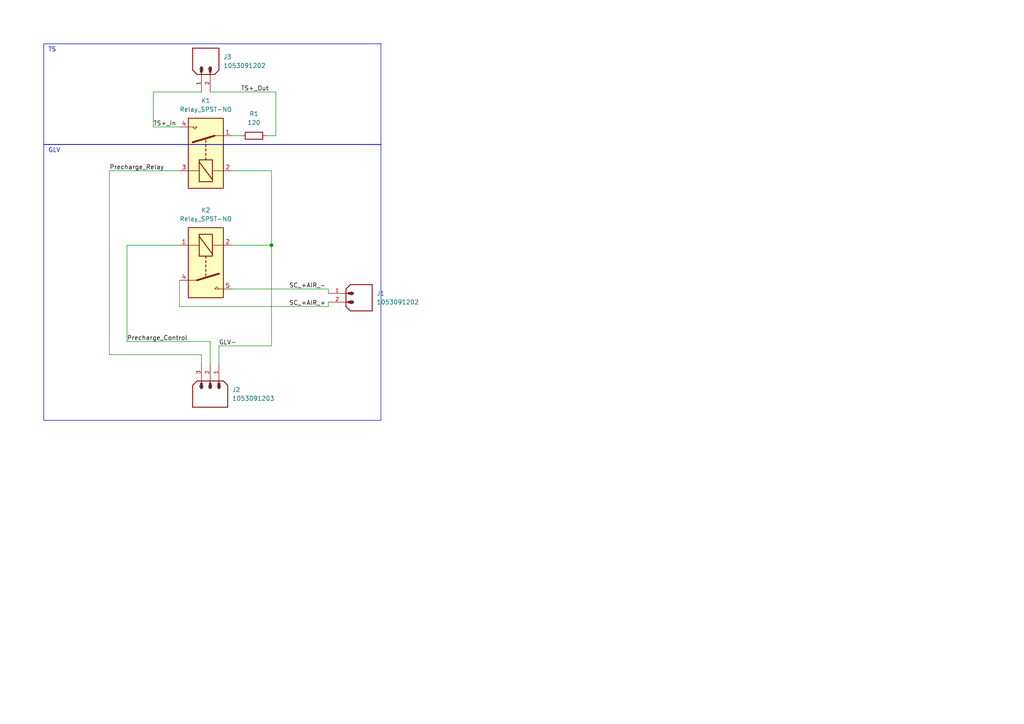
<source format=kicad_sch>
(kicad_sch (version 20230121) (generator eeschema)
  (paper "A4")
  (lib_symbols
    (symbol "Device:R" (pin_numbers hide) (pin_names (offset 0))
      (property "Reference" "R1" (at 6.35 0 90))
      (property "Value" "120" (at 3.81 0 90))
      (symbol "R_0_1"
        (rectangle (start -1.016 -2.54) (end 1.016 2.54) (stroke (width 0.254)))
      )
      (symbol "R_1_1"
        (pin passive line (at 0 -3.81 90) (length 1.27) (name "~") (number "+"))
        (pin passive line (at 0 3.81 270) (length 1.27) (name "~") (number "-"))
      )
    )
    (symbol "Relay:Relay_SPST-NO"
      (property "Reference" "K1" (at 15.24 0 90))
      (property "Value" "Relay_SPST-NO" (at 12.7 0 90))
      (symbol "Relay_SPST-NO_0_0"
        (polyline (pts (xy 7.62 5.08) (xy 7.62 2.54) (xy 6.985 3.175) (xy 7.62 3.81)))
      )
      (symbol "Relay_SPST-NO_0_1"
        (rectangle (start -10.16 5.08) (end 10.16 -5.08) (stroke (width 0.254)) (fill (type background)))
        (rectangle (start -8.255 1.905) (end -1.905 -1.905) (stroke (width 0.254)))
        (polyline (pts (xy -7.62 -1.905) (xy -2.54 1.905)) (stroke (width 0.254)))
        (polyline (pts (xy -5.08 -5.08) (xy -5.08 -1.905)))
        (polyline (pts (xy -5.08 5.08) (xy -5.08 1.905)))
        (polyline (pts (xy -1.905 0) (xy -1.27 0)) (stroke (width 0.254)))
        (polyline (pts (xy -0.635 0) (xy 0 0)) (stroke (width 0.254)))
        (polyline (pts (xy 0.635 0) (xy 1.27 0)) (stroke (width 0.254)))
        (polyline (pts (xy 1.905 0) (xy 2.54 0)) (stroke (width 0.254)))
        (polyline (pts (xy 3.175 0) (xy 3.81 0)) (stroke (width 0.254)))
        (polyline (pts (xy 5.08 -2.54) (xy 3.175 3.81)) (stroke (width 0.508)))
        (polyline (pts (xy 5.08 -2.54) (xy 5.08 -5.08)))
      )
      (symbol "Relay_SPST-NO_1_1"
        (pin passive line (at 5.08 -7.62 90) (length 2.54) (name "~") (number "1"))
        (pin passive line (at -5.08 -7.62 90) (length 2.54) (name "~") (number "2"))
        (pin passive line (at -5.08 7.62 270) (length 2.54) (name "~") (number "3"))
        (pin passive line (at 7.62 7.62 270) (length 2.54) (name "~") (number "4"))
      )
    )
    (symbol "Relay_SPST-NO_1"
      (property "Reference" "K2" (at -15.24 0 90))
      (property "Value" "Relay_SPST-NO" (at -12.7 0 90))
      (symbol "Relay_SPST-NO_1_0_0"
        (polyline (pts (xy 7.62 5.08) (xy 7.62 2.54) (xy 6.985 3.175) (xy 7.62 3.81)))
      )
      (symbol "Relay_SPST-NO_1_0_1"
        (rectangle (start -10.16 5.08) (end 10.16 -5.08) (stroke (width 0.254)) (fill (type background)))
        (rectangle (start -8.255 1.905) (end -1.905 -1.905) (stroke (width 0.254)))
        (polyline (pts (xy -7.62 -1.905) (xy -2.54 1.905)) (stroke (width 0.254)))
        (polyline (pts (xy -5.08 -5.08) (xy -5.08 -1.905)))
        (polyline (pts (xy -5.08 5.08) (xy -5.08 1.905)))
        (polyline (pts (xy -1.905 0) (xy -1.27 0)) (stroke (width 0.254)))
        (polyline (pts (xy -0.635 0) (xy 0 0)) (stroke (width 0.254)))
        (polyline (pts (xy 0.635 0) (xy 1.27 0)) (stroke (width 0.254)))
        (polyline (pts (xy 1.905 0) (xy 2.54 0)) (stroke (width 0.254)))
        (polyline (pts (xy 3.175 0) (xy 3.81 0)) (stroke (width 0.254)))
        (polyline (pts (xy 5.08 -2.54) (xy 3.175 3.81)) (stroke (width 0.508)))
        (polyline (pts (xy 5.08 -2.54) (xy 5.08 -5.08)))
      )
      (symbol "Relay_SPST-NO_1_1_1"
        (pin passive line (at -5.08 -7.62 90) (length 2.54) (name "~") (number "1"))
        (pin passive line (at -5.08 7.62 270) (length 2.54) (name "~") (number "2"))
        (pin passive line (at 5.08 -7.62 90) (length 2.54) (name "~") (number "4"))
        (pin passive line (at 7.62 7.62 270) (length 2.54) (name "~") (number "5"))
      )
    )
    (symbol "molex_1053091202:1053091202" (pin_names (offset 1.016))
      (property "Reference" "J" (at 0 3.81 0))
      (property "Value" "1053091202" (at 0 -7.62 0))
      (symbol "1053091202_0_0"
        (polyline (pts (xy 0 -3.81) (xy 1.27 -5.08)) (stroke (width 0.254)))
        (polyline (pts (xy 0 -2.54) (xy 1.905 -2.54)) (stroke (width 0.254)))
        (polyline (pts (xy 0 0) (xy 0 -3.81)) (stroke (width 0.254)))
        (polyline (pts (xy 0 0) (xy 1.905 0)) (stroke (width 0.254)))
        (polyline (pts (xy 0 1.27) (xy 0 0)) (stroke (width 0.254)))
        (polyline (pts (xy 0 1.27) (xy 1.27 2.54)) (stroke (width 0.254)))
        (polyline (pts (xy 1.27 -5.08) (xy 7.62 -5.08)) (stroke (width 0.254)))
        (polyline (pts (xy 7.62 -5.08) (xy 7.62 2.54)) (stroke (width 0.254)))
        (polyline (pts (xy 7.62 2.54) (xy 1.27 2.54)) (stroke (width 0.254)))
        (rectangle (start 0.635 -2.8575) (end 2.2225 -2.2225) (stroke (width 0.1)) (fill (type outline)))
        (rectangle (start 0.635 -0.3175) (end 2.2225 0.3175) (stroke (width 0.1)) (fill (type outline)))
        (pin passive line (at -5.08 0 0) (length 5.08) (name "1") (number "1"))
        (pin passive line (at -5.08 -2.54 0) (length 5.08) (name "2") (number "2"))
      )
    )
    (symbol "molex_1053091203:1053091203" (pin_names (offset 1.016))
      (property "Reference" "J" (at 0 6.35 0))
      (property "Value" "1053091203" (at 0 -7.62 0))
      (symbol "1053091203_0_0"
        (polyline (pts (xy 0 -3.81) (xy 1.27 -5.08)) (stroke (width 0.254)))
        (polyline (pts (xy 0 -2.54) (xy 1.905 -2.54)) (stroke (width 0.254)))
        (polyline (pts (xy 0 0) (xy 1.905 0)) (stroke (width 0.254)))
        (polyline (pts (xy 0 2.54) (xy 0 -3.81)) (stroke (width 0.254)))
        (polyline (pts (xy 0 2.54) (xy 1.905 2.54)) (stroke (width 0.254)))
        (polyline (pts (xy 0 3.81) (xy 0 2.54)) (stroke (width 0.254)))
        (polyline (pts (xy 0 3.81) (xy 1.27 5.08)) (stroke (width 0.254)))
        (polyline (pts (xy 1.27 -5.08) (xy 7.62 -5.08)) (stroke (width 0.254)))
        (polyline (pts (xy 7.62 -5.08) (xy 7.62 5.08)) (stroke (width 0.254)))
        (polyline (pts (xy 7.62 5.08) (xy 1.27 5.08)) (stroke (width 0.254)))
        (rectangle (start 0.635 -2.2225) (end 2.2225 -2.8575) (stroke (width 0.1)) (fill (type outline)))
        (rectangle (start 0.635 -0.3175) (end 2.2225 0.3175) (stroke (width 0.1)) (fill (type outline)))
        (rectangle (start 0.635 2.2225) (end 2.2225 2.8575) (stroke (width 0.1)) (fill (type outline)))
        (pin passive line (at -5.08 2.54 0) (length 5.08) (name "1") (number "1"))
        (pin passive line (at -5.08 0 0) (length 5.08) (name "2") (number "2"))
        (pin passive line (at -5.08 -2.54 0) (length 5.08) (name "3") (number "3"))
      )
    )
  )
  (junction (at 78.74 71.12))
  (wire (pts (xy 95.25 87.63) (xy 95.25 88.9)))
  (wire (pts (xy 63.5 100.33) (xy 63.5 105.41)))
  (wire (pts (xy 52.07 88.9) (xy 95.25 88.9)))
  (wire (pts (xy 36.83 71.12) (xy 36.83 99.06)))
  (wire (pts (xy 58.42 105.41) (xy 58.42 102.87)))
  (wire (pts (xy 44.45 36.83) (xy 52.07 36.83)))
  (wire (pts (xy 67.31 71.12) (xy 78.74 71.12)))
  (wire (pts (xy 95.25 85.09) (xy 95.25 83.82)))
  (wire (pts (xy 58.42 26.67) (xy 44.45 26.67)))
  (wire (pts (xy 95.25 83.82) (xy 67.31 83.82)))
  (wire (pts (xy 31.75 49.53) (xy 52.07 49.53)))
  (wire (pts (xy 36.83 99.06) (xy 60.96 99.06)))
  (wire (pts (xy 31.75 49.53) (xy 31.75 102.87)))
  (wire (pts (xy 52.07 88.9) (xy 52.07 81.28)))
  (wire (pts (xy 60.96 99.06) (xy 60.96 105.41)))
  (wire (pts (xy 78.74 49.53) (xy 78.74 71.12)))
  (wire (pts (xy 36.83 71.12) (xy 52.07 71.12)))
  (wire (pts (xy 78.74 71.12) (xy 78.74 100.33)))
  (wire (pts (xy 80.01 39.37) (xy 77.47 39.37)))
  (wire (pts (xy 58.42 102.87) (xy 31.75 102.87)))
  (wire (pts (xy 60.96 26.67) (xy 80.01 26.67)))
  (wire (pts (xy 44.45 26.67) (xy 44.45 36.83)))
  (wire (pts (xy 80.01 26.67) (xy 80.01 39.37)))
  (wire (pts (xy 63.5 100.33) (xy 78.74 100.33)))
  (wire (pts (xy 69.85 39.37) (xy 67.31 39.37)))
  (wire (pts (xy 67.31 49.53) (xy 78.74 49.53)))
  (rectangle (start 12.7 12.7) (end 110.49 41.91))
  (rectangle (start 12.7 41.91) (end 110.49 121.92))
  (text "TS" (at 13.97 15.24 0) (effects (font (size 1.27 1.27)) (justify left bottom)))
  (text "GLV" (at 13.97 44.45 0) (effects (font (size 1.27 1.27)) (justify left bottom)))
  (label "TS+_Out" (at 69.85 26.67 0))
  (label "SC_+AIR_+" (at 83.82 88.9 0))
  (label "Precharge_Control" (at 36.83 99.06 0))
  (label "Precharge_Relay" (at 31.75 49.53 0))
  (label "TS+_In" (at 44.45 36.83 0))
  (label "SC_+AIR_-" (at 83.82 83.82 0))
  (label "GLV-" (at 63.5 100.33 0))
  (symbol (lib_id "molex_1053091202:1053091202") (at 58.42 21.59 90) (unit 1)
    (property "Reference" "J3" (at 64.77 16.51 90) (effects (justify right)))
    (property "Value" "1053091202" (at 64.77 19.05 90) (effects (justify right)))
    (property "Footprint" "Precharge_Library:MOLEX_1053091202" (effects hide))
    (property "PARTREV" "H" (effects hide))
    (property "STANDARD" "Manufacturer Recommendations" (effects hide))
    (property "MAXIMUM_PACKAGE_HEIGHT" "10.51 mm" (effects hide))
    (property "MANUFACTURER" "Molex" (effects hide))
  )
  (symbol (lib_id "Relay:Relay_SPST-NO") (at 59.69 44.45 90) (unit 1)
    (property "Reference" "K1" (at 59.69 29.21 90))
    (property "Value" "Relay_SPST-NO" (at 59.69 31.75 90))
    (property "Footprint" "Precharge_Library:G5PZ-1A-X DC12" (effects hide))
  )
  (symbol (lib_name "Relay_SPST-NO_1") (lib_id "Relay:Relay_SPST-NO") (at 59.69 76.2 270) (unit 1)
    (property "Reference" "K2" (at 59.69 60.96 90))
    (property "Value" "Relay_SPST-NO" (at 59.69 63.5 90))
    (property "Footprint" "Precharge_Library:V23076A3001C132" (effects hide))
  )
  (symbol (lib_id "molex_1053091203:1053091203") (at 60.96 110.49 270) (unit 1)
    (property "Reference" "J2" (at 67.31 113.03 90) (effects (justify left)))
    (property "Value" "1053091203" (at 67.31 115.57 90) (effects (justify left)))
    (property "Footprint" "Precharge_Library:MOLEX_1053091203" (effects hide))
    (property "PARTREV" "H" (effects hide))
    (property "STANDARD" "Manufacturer Recommendations" (effects hide))
    (property "MAXIMUM_PACKAGE_HEIGHT" "10.51 mm" (effects hide))
    (property "MANUFACTURER" "Molex" (effects hide))
  )
  (symbol (lib_id "Device:R") (at 73.66 39.37 90) (unit 1)
    (property "Reference" "R1" (at 73.66 33.02 90))
    (property "Value" "120" (at 73.66 35.56 90))
    (property "Footprint" "Precharge_Library:THS15120RJ" (effects hide))
  )
  (symbol (lib_id "molex_1053091202:1053091202") (at 100.33 85.09 0) (unit 1)
    (property "Reference" "J1" (at 109.22 85.09 0) (effects (justify left)))
    (property "Value" "1053091202" (at 109.22 87.63 0) (effects (justify left)))
    (property "Footprint" "Precharge_Library:MOLEX_1053091202" (effects hide))
    (property "PARTREV" "H" (effects hide))
    (property "STANDARD" "Manufacturer Recommendations" (effects hide))
    (property "MAXIMUM_PACKAGE_HEIGHT" "10.51 mm" (effects hide))
    (property "MANUFACTURER" "Molex" (effects hide))
  )
)
</source>
